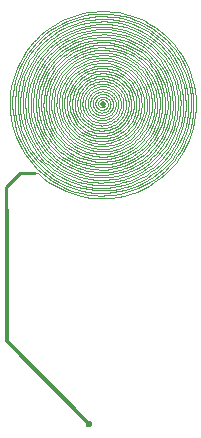
<source format=gbl>
%FSTAX44Y44*%
%MOMM*%
%SFA1B1*%

%IPPOS*%
%ADD16C,0.100000*%
%ADD18C,0.299999*%
%ADD19C,0.253999*%
%ADD20C,0.499999*%
%ADD21C,0.599999*%
%LNpcb2-1*%
%LPD*%
G54D16*
X00776596Y01011566D02*
D01*
X00773048Y01007443*
X00769797Y01003082*
X00766857Y00998505*
X00764243Y00993734*
X00761969Y00988793*
X00760045Y00983704*
X00758481Y00978494*
X00757284Y00973188*
X0075646Y00967811*
X00756013Y00962389*
X00755946Y0095695*
X00756258Y00951519*
X00756948Y00946123*
X00758013Y00940789*
X00759447Y00935541*
X00761244Y00930407*
X00763395Y0092541*
X00765889Y00920576*
X00768714Y00915927*
X00771856Y00911487*
X00775301Y00907277*
X00779031Y00903317*
X00783028Y00899627*
X00787273Y00896225*
X00791744Y00893128*
X00796421Y0089035*
X00801281Y00887904*
X00806299Y00885804*
X00811451Y00884059*
X00816712Y00882677*
X00822057Y00881666*
X0082746Y00881031*
X00832893Y00880773*
X00838332Y00880896*
X00843749Y00881397*
X00849117Y00882275*
X00854411Y00883525*
X00859605Y00885142*
X00864674Y00887117*
X00869592Y00889441*
X00874337Y00892102*
X00878884Y00895088*
X00883212Y00898383*
X00887299Y00901973*
X00891125Y00905837*
X00779857Y0089949D02*
D01*
X00784119Y00895868*
X00788624Y00892551*
X00793348Y00889557*
X0079827Y00886899*
X00803366Y00884591*
X0080861Y00882644*
X00813977Y00881068*
X00819441Y0087987*
X00824975Y00879057*
X00830552Y00878631*
X00836146Y00878595*
X00841728Y0087895*
X00847272Y00879693*
X00852751Y00880821*
X00858138Y00882328*
X00863406Y00884208*
X00868531Y0088645*
X00873486Y00889045*
X00878249Y00891979*
X00882795Y00895238*
X00887103Y00898806*
X00891152Y00902666*
X00892745Y00904342*
X00776596Y01011566D02*
D01*
X00773048Y01007443*
X00769797Y01003082*
X00766857Y00998505*
X00764243Y00993734*
X00761969Y00988793*
X00760045Y00983704*
X00758481Y00978494*
X00757284Y00973188*
X0075646Y00967811*
X00756013Y00962389*
X00755946Y0095695*
X00756258Y00951519*
X00756948Y00946123*
X00758013Y00940789*
X00759447Y00935541*
X00761244Y00930407*
X00763395Y0092541*
X00765889Y00920576*
X00768714Y00915927*
X00771856Y00911487*
X00775301Y00907277*
X00779031Y00903317*
X00783028Y00899627*
X00787273Y00896225*
X00791744Y00893128*
X00796421Y0089035*
X00801281Y00887904*
X00806299Y00885804*
X00811451Y00884059*
X00816712Y00882677*
X00822057Y00881666*
X0082746Y00881031*
X00832893Y00880773*
X00838332Y00880896*
X00843749Y00881397*
X00849117Y00882275*
X00854411Y00883525*
X00859605Y00885142*
X00864674Y00887117*
X00869592Y00889441*
X00874337Y00892102*
X00878884Y00895088*
X00883212Y00898383*
X00887299Y00901973*
X00891125Y00905837*
X00784665Y01004117D02*
D01*
X00781617Y01000575*
X00778823Y00996829*
X00776298Y00992896*
X00774053Y00988798*
X00772099Y00984553*
X00770446Y00980181*
X00769102Y00975705*
X00768074Y00971146*
X00767366Y00966527*
X00766982Y0096187*
X00766924Y00957196*
X00767192Y00952531*
X00767785Y00947895*
X007687Y00943312*
X00769932Y00938804*
X00771476Y00934393*
X00773323Y00930101*
X00775466Y00925948*
X00777893Y00921954*
X00780593Y00918139*
X00783552Y00914522*
X00786756Y0091112*
X0079019Y0090795*
X00793837Y00905028*
X00797678Y00902366*
X00801696Y0089998*
X00805871Y00897879*
X00810182Y00896074*
X00814608Y00894575*
X00819128Y00893388*
X0082372Y0089252*
X00828361Y00891974*
X00833029Y00891752*
X00837701Y00891858*
X00842355Y00892288*
X00846967Y00893042*
X00851515Y00894117*
X00855977Y00895505*
X00860332Y00897202*
X00864557Y00899198*
X00868633Y00901484*
X0087254Y0090405*
X00876258Y00906881*
X00879769Y00909964*
X00883057Y00913285*
X00883056Y00913286*
X00783051Y01005607D02*
D01*
X00779903Y01001949*
X00777018Y0099808*
X0077441Y00994018*
X00772091Y00989785*
X00770073Y00985401*
X00768366Y00980886*
X00766978Y00976263*
X00765916Y00971555*
X00765185Y00966784*
X00764789Y00961974*
X00764729Y00957147*
X00765006Y00952329*
X00765618Y00947541*
X00766563Y00942808*
X00767835Y00938152*
X0076943Y00933597*
X00771338Y00929163*
X00773551Y00924874*
X00776058Y00920749*
X00778846Y00916809*
X00781902Y00913074*
X00785212Y0090956*
X00788758Y00906286*
X00792524Y00903268*
X00796492Y00900519*
X00800642Y00898054*
X00804953Y00895885*
X00809406Y00894021*
X00813977Y00892473*
X00818646Y00891247*
X00823388Y0089035*
X00828181Y00889786*
X00833003Y00889558*
X00837828Y00889666*
X00842634Y00890111*
X00847397Y0089089*
X00852095Y00891999*
X00856703Y00893434*
X00861201Y00895186*
X00865565Y00897248*
X00869774Y00899609*
X00873809Y00902258*
X00877649Y00905182*
X00881276Y00908367*
X0088467Y00911796*
X00887898Y00908817D02*
D01*
X00891197Y0091265*
X00894219Y00916704*
X00896952Y00920958*
X00899381Y00925393*
X00901495Y00929987*
X00903283Y00934716*
X00904738Y00939559*
X0090585Y00944492*
X00906616Y0094949*
X00907031Y00954529*
X00907094Y00959586*
X00906804Y00964634*
X00906163Y0096965*
X00905173Y00974608*
X0090384Y00979486*
X0090217Y00984259*
X0090017Y00988903*
X00897852Y00993397*
X00895226Y00997718*
X00892305Y01001846*
X00889103Y01005759*
X00885636Y0100944*
X00881921Y0101287*
X00877975Y01016032*
X00873818Y01018912*
X00869471Y01021494*
X00864954Y01023767*
X0086029Y0102572*
X00855501Y01027342*
X0085061Y01028626*
X00845641Y01029566*
X0084062Y01030157*
X00835569Y01030396*
X00830513Y01030282*
X00825478Y01029816*
X00820488Y01029*
X00815567Y01027838*
X00810739Y01026335*
X00806027Y010245*
X00801455Y0102234*
X00797045Y01019866*
X00792818Y01017091*
X00788795Y01014027*
X00784996Y01010691*
X00781438Y01007097*
X00781437*
X0088467Y00911796D02*
D01*
X00887769Y00915397*
X00890608Y00919205*
X00893175Y00923201*
X00895457Y00927367*
X00897442Y00931682*
X00899122Y00936125*
X00900488Y00940675*
X00901533Y00945308*
X00902253Y00950003*
X00902643Y00954737*
X00902702Y00959487*
X00902429Y00964229*
X00901827Y0096894*
X00900897Y00973599*
X00899645Y0097818*
X00898076Y00982664*
X00896198Y00987026*
X0089402Y00991248*
X00891553Y00995307*
X00888809Y00999184*
X00885801Y0100286*
X00882544Y01006318*
X00879054Y0100954*
X00875348Y01012511*
X00871443Y01015215*
X00867359Y01017641*
X00863116Y01019776*
X00858735Y0102161*
X00854236Y01023134*
X00849642Y0102434*
X00844974Y01025223*
X00840257Y01025778*
X00835512Y01026003*
X00830764Y01025896*
X00826034Y01025458*
X00821346Y01024692*
X00816724Y010236*
X00812188Y01022188*
X00807762Y01020464*
X00803468Y01018435*
X00799325Y01016111*
X00795354Y01013504*
X00791575Y01010626*
X00788006Y01007492*
X00784665Y01004117*
X00891125Y00905837D02*
D01*
X00894624Y00909903*
X0089783Y00914202*
X00900728Y00918715*
X00903305Y00923418*
X00905547Y0092829*
X00907443Y00933307*
X00908986Y00938444*
X00910166Y00943675*
X00910978Y00948977*
X00911419Y00954322*
X00911485Y00959684*
X00911178Y00965039*
X00910498Y00970358*
X00909448Y00975618*
X00908033Y00980792*
X00906262Y00985854*
X00904142Y0099078*
X00901683Y00995546*
X00898898Y01000129*
X00895799Y01004507*
X00892403Y01008658*
X00888726Y01012562*
X00884785Y010162*
X008806Y01019554*
X00876192Y01022608*
X00871581Y01025347*
X0086679Y01027758*
X00861843Y01029829*
X00856763Y01031549*
X00851576Y01032911*
X00846306Y01033908*
X0084098Y01034535*
X00835622Y01034789*
X0083026Y01034669*
X0082492Y01034174*
X00819627Y01033309*
X00814408Y01032076*
X00809287Y01030482*
X00804289Y01028535*
X0079944Y01026244*
X00794763Y0102362*
X00790279Y01020677*
X00786012Y01017427*
X00781983Y01013889*
X00778209Y01010077*
X0077821Y01010076*
X00779823Y01008586D02*
D01*
X00776475Y01004695*
X00773407Y0100058*
X00770632Y00996261*
X00768167Y00991759*
X00766021Y00987096*
X00764205Y00982295*
X00762729Y00977378*
X00761599Y00972371*
X00760822Y00967297*
X007604Y00962181*
X00760336Y00957048*
X00760631Y00951924*
X00761282Y00946832*
X00762287Y00941798*
X0076364Y00936846*
X00765336Y00932001*
X00767365Y00927286*
X00769719Y00922724*
X00772385Y00918338*
X0077535Y00914148*
X007786Y00910175*
X0078212Y00906438*
X00785892Y00902956*
X00789897Y00899746*
X00794117Y00896823*
X0079853Y00894201*
X00803115Y00891894*
X0080785Y00889912*
X00812712Y00888265*
X00817677Y00886961*
X00822721Y00886007*
X00827819Y00885407*
X00832947Y00885164*
X00838078Y0088528*
X0084319Y00885753*
X00848256Y00886581*
X00853251Y00887761*
X00858153Y00889287*
X00862936Y0089115*
X00867577Y00893343*
X00872054Y00895854*
X00876345Y00898672*
X00880429Y00901781*
X00884286Y00905168*
X00887897Y00908816*
X00887898Y00908817*
X00866918Y00928184D02*
D01*
X00868917Y00930507*
X00870748Y00932963*
X00872404Y0093554*
X00873876Y00938227*
X00875156Y0094101*
X0087624Y00943876*
X00877121Y0094681*
X00877795Y00949799*
X00878259Y00952827*
X00878511Y0095588*
X00878549Y00958944*
X00878373Y00962002*
X00877985Y00965042*
X00877385Y00968046*
X00876577Y00971001*
X00875565Y00973893*
X00874354Y00976707*
X00872949Y0097943*
X00871358Y00982048*
X00869588Y00984548*
X00867649Y0098692*
X00865548Y0098915*
X00863297Y00991228*
X00860906Y00993144*
X00858388Y00994889*
X00855754Y00996453*
X00853017Y0099783*
X00850191Y00999013*
X00847289Y00999996*
X00844326Y01000774*
X00841316Y01001343*
X00838273Y01001702*
X00835213Y01001847*
X0083215Y01001778*
X00829099Y01001495*
X00826076Y01001001*
X00823094Y01000297*
X00820169Y00999386*
X00817314Y00998274*
X00814544Y00996965*
X00811872Y00995467*
X00809311Y00993785*
X00806874Y00991929*
X00804572Y00989908*
X00802416Y0098773*
X00802417Y00987729*
X00800803Y00989219D02*
D01*
X00798755Y00986839*
X00796878Y00984322*
X00795181Y00981679*
X00793672Y00978925*
X0079236Y00976072*
X00791249Y00973135*
X00790346Y00970128*
X00789655Y00967064*
X0078918Y0096396*
X00788921Y0096083*
X00788883Y0095769*
X00789063Y00954555*
X00789461Y00951441*
X00790076Y00948361*
X00790904Y00945332*
X00791941Y00942368*
X00793183Y00939484*
X00794622Y00936693*
X00796253Y00934009*
X00798068Y00931446*
X00800056Y00929015*
X00802209Y00926729*
X00804517Y00924599*
X00806967Y00922635*
X00809549Y00920847*
X00812248Y00919244*
X00815053Y00917832*
X0081795Y0091662*
X00820924Y00915612*
X00823962Y00914815*
X00827047Y00914231*
X00830166Y00913864*
X00833303Y00913716*
X00836442Y00913786*
X00839569Y00914076*
X00842668Y00914583*
X00845725Y00915305*
X00848723Y00916238*
X00851649Y00917378*
X00854488Y00918719*
X00857227Y00920255*
X00859852Y00921979*
X00862351Y00923882*
X0086471Y00925954*
X00866918Y00928184*
X00876601Y00919245D02*
D01*
X008792Y00922265*
X00881581Y00925458*
X00883734Y0092881*
X00885647Y00932303*
X00887312Y00935922*
X00888721Y00939648*
X00889867Y00943463*
X00890743Y00947349*
X00891346Y00951287*
X00891674Y00955257*
X00891723Y0095924*
X00891495Y00963217*
X00890989Y00967168*
X0089021Y00971074*
X00889159Y00974917*
X00887843Y00978677*
X00886268Y00982336*
X00884442Y00985876*
X00882373Y0098928*
X00880072Y00992531*
X0087755Y00995614*
X00874818Y00998514*
X00871891Y01001216*
X00868783Y01003707*
X00865509Y01005975*
X00862084Y0100801*
X00858525Y010098*
X00854851Y01011338*
X00851078Y01012616*
X00847225Y01013628*
X00843311Y01014368*
X00839355Y01014834*
X00835376Y01015022*
X00831394Y01014932*
X00827427Y01014565*
X00823496Y01013923*
X00819619Y01013007*
X00815815Y01011823*
X00812104Y01010377*
X00808502Y01008675*
X00805028Y01006726*
X00801698Y0100454*
X00798529Y01002127*
X00795536Y00999498*
X00792734Y00996668*
X0079112Y00998158D02*
D01*
X00788472Y00995081*
X00786045Y00991826*
X00783851Y0098841*
X00781901Y00984849*
X00780203Y00981161*
X00778767Y00977363*
X007776Y00973474*
X00776706Y00969514*
X00776091Y009655*
X00775758Y00961454*
X00775708Y00957394*
X00775941Y00953341*
X00776456Y00949314*
X0077725Y00945332*
X00778321Y00941416*
X00779662Y00937583*
X00781267Y00933854*
X00783129Y00930246*
X00785237Y00926776*
X00787583Y00923462*
X00790154Y0092032*
X00792938Y00917364*
X00795921Y0091461*
X00799089Y00912071*
X00802427Y00909759*
X00805917Y00907686*
X00809544Y00905861*
X00813289Y00904293*
X00817135Y00902991*
X00821062Y0090196*
X00825051Y00901205*
X00829084Y0090073*
X00833139Y00900538*
X00837198Y0090063*
X00841241Y00901004*
X00845248Y00901659*
X00849199Y00902593*
X00853076Y00903799*
X00856859Y00905273*
X0086053Y00907008*
X00864071Y00908994*
X00867465Y00911222*
X00870695Y00913682*
X00873746Y00916361*
X00876601Y00919245*
X00892739Y00904347D02*
D01*
X00896338Y00908529*
X00899635Y00912951*
X00902616Y00917593*
X00905266Y00922431*
X00907572Y00927442*
X00909523Y00932602*
X0091111Y00937886*
X00912324Y00943267*
X00913159Y0094872*
X00913612Y00954218*
X00913701Y00957957*
D01*
X00913509Y00963471*
X00912932Y00968957*
X00911974Y00974389*
X0091064Y00979742*
X00908935Y00984988*
X00906869Y00990103*
X0090445Y00995061*
X00901692Y00999838*
X00898607Y01004412*
X00895211Y01008759*
X0089152Y01012858*
X00887552Y0101669*
X00883326Y01020236*
X00878863Y01023479*
X00874185Y01026402*
X00869314Y01028992*
X00864275Y01031235*
X00859091Y01033122*
X00853788Y01034643*
X00848392Y0103579*
X00842929Y01036557*
X00837427Y01036942*
X0083191*
X00826407Y01036557*
X00820945Y0103579*
X00815549Y01034643*
X00810246Y01033122*
X00805062Y01031235*
X00800023Y01028992*
X00795152Y01026402*
X00790474Y01023479*
X00786011Y01020236*
X00781785Y0101669*
X00777817Y01012858*
X00776596Y01011566*
X00889512Y00907327D02*
D01*
X00892911Y00911276*
X00896025Y00915453*
X0089884Y00919836*
X00901343Y00924406*
X00903521Y00929139*
X00905364Y00934012*
X00906862Y00939001*
X00908009Y00944083*
X00908798Y00949233*
X00909226Y00954426*
X0090929Y00959635*
X00908992Y00964836*
X00908331Y00970004*
X00907311Y00975113*
X00905937Y00980139*
X00904216Y00985056*
X00902157Y00989842*
X00899768Y00994471*
X00897062Y00998924*
X00894053Y01003176*
X00890754Y01007209*
X00887182Y01011001*
X00883354Y01014535*
X00879288Y01017793*
X00875006Y0102076*
X00870527Y01023421*
X00865873Y01025763*
X00861067Y01027774*
X00856132Y01029445*
X00851093Y01030769*
X00845974Y01031737*
X008408Y01032346*
X00835596Y01032593*
X00830387Y01032475*
X008252Y01031995*
X00820058Y01031154*
X00814988Y01029957*
X00810013Y01028409*
X00805159Y01026517*
X00800448Y01024292*
X00795904Y01021743*
X00791549Y01018884*
X00787404Y01015727*
X0078349Y0101229*
X00779824Y01008587*
X00779823Y01008586*
X00781437Y01007097D02*
D01*
X00778189Y01003323*
X00775212Y0099933*
X00772521Y00995141*
X00770129Y00990773*
X00768047Y00986249*
X00766285Y00981591*
X00764853Y00976822*
X00763758Y00971964*
X00763003Y00967041*
X00762594Y00962078*
X00762532Y00957099*
X00762818Y00952127*
X0076345Y00947187*
X00764424Y00942304*
X00765738Y009375*
X00767383Y009328*
X00769351Y00928226*
X00771634Y009238*
X00774221Y00919544*
X00777098Y0091548*
X00780251Y00911625*
X00783665Y00908*
X00787324Y00904622*
X0079121Y00901508*
X00795304Y00898672*
X00799585Y00896129*
X00804034Y0089389*
X00808627Y00891967*
X00813344Y0089037*
X00818161Y00889105*
X00823054Y0088818*
X00827999Y00887598*
X00832974Y00887362*
X00837952Y00887474*
X00842911Y00887933*
X00847826Y00888737*
X00852672Y00889881*
X00857427Y00891361*
X00862067Y00893169*
X0086657Y00895296*
X00870913Y00897732*
X00875076Y00900466*
X00879038Y00903483*
X0088278Y00906768*
X00886284Y00910306*
X00865304Y00929674D02*
D01*
X00867203Y0093188*
X00868942Y00934214*
X00870515Y00936662*
X00871913Y00939215*
X0087313Y00941858*
X00874159Y00944581*
X00874996Y00947368*
X00875637Y00950207*
X00876078Y00953084*
X00876317Y00955984*
X00876353Y00958894*
X00876186Y009618*
X00875817Y00964687*
X00875247Y00967541*
X0087448Y00970348*
X00873518Y00973095*
X00872368Y00975768*
X00871034Y00978355*
X00869522Y00980842*
X00867841Y00983218*
X00865998Y0098547*
X00864002Y00987589*
X00861864Y00989563*
X00859593Y00991383*
X00857201Y0099304*
X00854699Y00994527*
X00852099Y00995835*
X00849414Y00996958*
X00846658Y00997892*
X00843843Y00998631*
X00840983Y00999172*
X00838093Y00999512*
X00835186Y0099965*
X00832276Y00999585*
X00829378Y00999317*
X00826506Y00998847*
X00823673Y00998178*
X00820894Y00997313*
X00818183Y00996256*
X00815551Y00995013*
X00813013Y00993589*
X0081058Y00991992*
X00808265Y00990229*
X00806078Y00988309*
X0080403Y0098624*
X00804031Y00986239*
X00802417Y00987729D02*
D01*
X00800469Y00985465*
X00798683Y00983071*
X00797069Y00980557*
X00795634Y00977938*
X00794386Y00975224*
X00793329Y0097243*
X0079247Y0096957*
X00791813Y00966656*
X0079136Y00963703*
X00791115Y00960726*
X00791078Y0095774*
X00791249Y00954758*
X00791628Y00951795*
X00792213Y00948865*
X00793Y00945984*
X00793987Y00943165*
X00795168Y00940421*
X00796537Y00937766*
X00798089Y00935214*
X00799814Y00932776*
X00801706Y00930464*
X00803754Y00928289*
X00805948Y00926264*
X00808279Y00924395*
X00810734Y00922694*
X00813303Y00921169*
X00815971Y00919826*
X00818726Y00918673*
X00821555Y00917715*
X00824444Y00916956*
X00827379Y00916401*
X00830346Y00916052*
X0083333Y0091591*
X00836316Y00915978*
X0083929Y00916253*
X00842238Y00916735*
X00845145Y00917421*
X00847997Y00918309*
X0085078Y00919394*
X00853481Y00920669*
X00856086Y00922131*
X00858583Y0092377*
X00860959Y0092558*
X00863204Y00927551*
X00865305Y00929673*
X00865304Y00929674*
X0077821Y01010076D02*
D01*
X00774762Y01006069*
X00771602Y01001831*
X00768745Y00997383*
X00766205Y00992747*
X00763995Y00987944*
X00762125Y00983*
X00760605Y00977936*
X00759442Y00972779*
X00758641Y00967554*
X00758207Y00962285*
X00758141Y00956999*
X00758445Y00951721*
X00759115Y00946477*
X0076015Y00941293*
X00761544Y00936194*
X0076329Y00931204*
X0076538Y00926348*
X00767804Y0092165*
X00770549Y00917132*
X00773603Y00912817*
X00776951Y00908725*
X00780576Y00904877*
X0078446Y00901291*
X00788585Y00897985*
X00792931Y00894975*
X00797476Y00892275*
X00802198Y00889898*
X00807075Y00887857*
X00812082Y00886161*
X00817195Y00884819*
X00822389Y00883836*
X00827639Y00883218*
X0083292Y00882968*
X00838205Y00883087*
X00843469Y00883574*
X00848686Y00884427*
X00853831Y00885642*
X00858879Y00887213*
X00863805Y00889133*
X00868585Y00891391*
X00873196Y00893977*
X00877615Y00896879*
X00881821Y00900081*
X00885793Y00903569*
X00889512Y00907326*
Y00907327*
X00786279Y01002627D02*
D01*
X00783331Y00999201*
X00780629Y00995578*
X00778186Y00991775*
X00776015Y0098781*
X00774125Y00983704*
X00772527Y00979476*
X00771227Y00975147*
X00770232Y00970738*
X00769548Y0096627*
X00769176Y00961765*
X0076912Y00957246*
X00769379Y00952733*
X00769953Y0094825*
X00770837Y00943817*
X00772029Y00939457*
X00773522Y00935191*
X00775309Y00931039*
X00777382Y00927022*
X00779729Y00923159*
X0078234Y0091947*
X00785202Y00915972*
X00788301Y00912681*
X00791623Y00909615*
X0079515Y00906788*
X00798865Y00904215*
X00802751Y00901906*
X00806789Y00899874*
X00810959Y00898129*
X00815239Y00896679*
X00819611Y00895531*
X00824052Y00894691*
X00828542Y00894163*
X00833057Y00893949*
X00837575Y00894051*
X00842076Y00894467*
X00846537Y00895197*
X00850936Y00896235*
X00855252Y00897579*
X00859463Y0089922*
X0086355Y0090115*
X00867493Y00903362*
X00871271Y00905842*
X00874867Y00908581*
X00878263Y00911563*
X00881443Y00914775*
Y00914776*
X00886284Y00910306D02*
D01*
X00889483Y00914023*
X00892414Y00917954*
X00895063Y00922079*
X00897419Y0092638*
X00899469Y00930834*
X00901203Y00935421*
X00902613Y00940117*
X00903692Y009449*
X00904434Y00949746*
X00904837Y00954633*
X00904898Y00959536*
X00904617Y00964431*
X00903995Y00969295*
X00903035Y00974103*
X00901742Y00978833*
X00900122Y00983461*
X00898184Y00987965*
X00895936Y00992322*
X00893389Y00996513*
X00890557Y01000515*
X00887452Y0100431*
X0088409Y01007879*
X00880487Y01011205*
X00876661Y01014271*
X0087263Y01017064*
X00868415Y01019568*
X00864035Y01021772*
X00859512Y01023665*
X00854867Y01025238*
X00850125Y01026483*
X00845307Y01027394*
X00840437Y01027967*
X0083554Y01028199*
X00830638Y01028089*
X00825755Y01027637*
X00820916Y01026846*
X00816144Y01025719*
X00811463Y01024262*
X00806894Y01022481*
X0080246Y01020387*
X00798184Y01017988*
X00794085Y01015297*
X00790184Y01012326*
X007865Y01009091*
X00783051Y01005607*
X00787892Y01001137D02*
D01*
X00785044Y00997827*
X00782434Y00994327*
X00780074Y00990653*
X00777976Y00986823*
X00776151Y00982856*
X00774606Y00978772*
X00773351Y00974589*
X0077239Y0097033*
X00771728Y00966014*
X0077137Y00961662*
X00771315Y00957295*
X00771566Y00952936*
X0077212Y00948604*
X00772974Y00944322*
X00774126Y0094011*
X00775568Y00935988*
X00777294Y00931977*
X00779296Y00928097*
X00781564Y00924365*
X00784087Y00920801*
X00786852Y00917421*
X00789846Y00914242*
X00793055Y0091128*
X00796462Y00908549*
X00800051Y00906063*
X00803806Y00903833*
X00807706Y0090187*
X00811734Y00900184*
X0081587Y00898783*
X00820094Y00897674*
X00824384Y00896862*
X00828721Y00896352*
X00833083Y00896145*
X00837448Y00896243*
X00841797Y00896646*
X00846106Y00897351*
X00850356Y00898354*
X00854525Y00899652*
X00858594Y00901237*
X00862542Y00903103*
X00866351Y00905239*
X00870001Y00907635*
X00873475Y00910281*
X00876756Y00913162*
X00879828Y00916265*
X00879829Y00916266*
X00883056Y00913286D02*
D01*
X00886055Y00916771*
X00888802Y00920456*
X00891287Y00924323*
X00893495Y00928355*
X00895417Y0093253*
X00897042Y0093683*
X00898364Y00941233*
X00899376Y00945716*
X00900072Y0095026*
X0090045Y00954841*
X00900507Y00959438*
X00900243Y00964027*
X0089966Y00968586*
X0089876Y00973094*
X00897548Y00977528*
X0089603Y00981867*
X00894212Y00986089*
X00892105Y00990174*
X00889718Y00994102*
X00887062Y00997854*
X00884152Y01001412*
X00881Y01004758*
X00877622Y01007876*
X00874036Y01010751*
X00870257Y01013368*
X00866305Y01015716*
X00862199Y01017782*
X00857959Y01019557*
X00853605Y01021031*
X00849159Y01022199*
X00844642Y01023053*
X00840077Y01023591*
X00835486Y01023808*
X0083089Y01023705*
X00826313Y01023281*
X00821777Y01022539*
X00817303Y01021483*
X00812914Y01020117*
X00808631Y01018448*
X00804475Y01016484*
X00800466Y01014236*
X00796624Y01011713*
X00792966Y01008928*
X00789512Y01005895*
X00786278Y01002628*
X00786279Y01002627*
X00881443Y00914776D02*
D01*
X00884342Y00918144*
X00886998Y00921706*
X00889399Y00925445*
X00891534Y00929342*
X00893391Y00933378*
X00894963Y00937535*
X00896241Y0094179*
X00897218Y00946125*
X00897891Y00950517*
X00898256Y00954945*
X00898312Y00959388*
X00898057Y00963824*
X00897493Y00968232*
X00896623Y00972589*
X00895452Y00976875*
X00893984Y00981069*
X00892227Y0098515*
X0089019Y00989099*
X00887883Y00992896*
X00885316Y00996524*
X00882502Y00999962*
X00879455Y01003197*
X00876191Y01006211*
X00872723Y0100899*
X00869071Y0101152*
X00865251Y01013789*
X00861282Y01015787*
X00857183Y01017502*
X00852974Y01018928*
X00848677Y01020056*
X00844311Y01020882*
X00839898Y01021402*
X0083546Y01021612*
X00831017Y01021512*
X00826593Y01021102*
X00822208Y01020385*
X00817883Y01019364*
X00813641Y01018043*
X00809501Y0101643*
X00805483Y01014532*
X00801608Y01012359*
X00797893Y0100992*
X00794358Y01007228*
X0079102Y01004296*
X00787893Y01001138*
X00787892Y01001137*
X00879829Y00916266D02*
D01*
X00882628Y00919518*
X00885192Y00922957*
X00887511Y00926567*
X00889572Y00930329*
X00891365Y00934227*
X00892882Y00938239*
X00894116Y00942348*
X0089506Y00946533*
X0089571Y00950774*
X00896062Y00955049*
X00896116Y00959339*
X00895869Y00963622*
X00895325Y00967877*
X00894485Y00972084*
X00893354Y00976222*
X00891937Y00980272*
X00890241Y00984212*
X00888274Y00988025*
X00886046Y00991691*
X00883568Y00995193*
X00880852Y00998513*
X0087791Y01001636*
X00874758Y01004546*
X0087141Y01007229*
X00867884Y01009672*
X00864196Y01011863*
X00860363Y01013791*
X00856406Y01015448*
X00852343Y01016824*
X00848193Y01017913*
X00843978Y01018711*
X00839717Y01019212*
X00835432Y01019415*
X00831143Y01019319*
X00826872Y01018924*
X00822638Y01018231*
X00818462Y01017245*
X00814366Y0101597*
X00810369Y01014413*
X0080649Y0101258*
X00802748Y01010481*
X00799162Y01008127*
X00795749Y01005528*
X00792525Y01002697*
X00789507Y00999648*
X00789506*
X00878215Y00917756D02*
D01*
X00880914Y00920892*
X00883386Y00924208*
X00885622Y00927689*
X00887609Y00931317*
X00889339Y00935075*
X00890802Y00938945*
X00891991Y00942906*
X00892901Y00946942*
X00893528Y00951031*
X00893868Y00955154*
X00893919Y0095929*
X00893682Y0096342*
X00893157Y00967523*
X00892347Y0097158*
X00891257Y00975571*
X0088989Y00979475*
X00888255Y00983275*
X00886358Y00986951*
X0088421Y00990486*
X0088182Y00993863*
X008792Y00997065*
X00876364Y01000076*
X00873324Y01002882*
X00870096Y01005469*
X00866696Y01007825*
X00863139Y01009937*
X00859444Y01011797*
X00855628Y01013394*
X0085171Y01014721*
X00847708Y01015772*
X00843644Y01016541*
X00839535Y01017024*
X00835403Y01017219*
X00831268Y01017126*
X00827148Y01016745*
X00823066Y01016077*
X0081904Y01015127*
X0081509Y01013897*
X00811236Y01012395*
X00807495Y01010628*
X00803887Y01008605*
X00800429Y01006334*
X00797138Y01003828*
X0079403Y01001098*
X0079112Y00998158*
X00789506Y00999648D02*
D01*
X00786758Y00996455*
X00784239Y00993077*
X00781962Y00989532*
X00779938Y00985836*
X00778177Y00982009*
X00776687Y00978068*
X00775475Y00974033*
X00774548Y00969923*
X0077391Y00965758*
X00773564Y00961559*
X00773511Y00957346*
X00773753Y00953139*
X00774288Y0094896*
X00775112Y00944828*
X00776223Y00940764*
X00777615Y00936787*
X00779281Y00932917*
X00781212Y00929172*
X00783401Y00925572*
X00785834Y00922133*
X00788502Y00918871*
X00791391Y00915804*
X00794487Y00912946*
X00797775Y00910311*
X00801238Y00907912*
X00804861Y0090576*
X00808625Y00903866*
X00812511Y0090224*
X00816502Y00900888*
X00820577Y00899818*
X00824717Y00899035*
X00828902Y00898542*
X0083311Y00898343*
X00837322Y00898437*
X00841518Y00898826*
X00845676Y00899506*
X00849777Y00900474*
X008538Y00901726*
X00857725Y00903256*
X00861535Y00905056*
X0086521Y00907117*
X00868732Y00909429*
X00872084Y00911982*
X0087525Y00914762*
X00878214Y00917756*
X00878215*
X00874987Y00920735D02*
D01*
X00877486Y00923639*
X00879775Y00926709*
X00881845Y00929932*
X00883685Y00933291*
X00885287Y0093677*
X00886641Y00940353*
X00887742Y00944021*
X00888585Y00947758*
X00889165Y00951544*
X0088948Y00955361*
X00889528Y00959191*
X00889308Y00963015*
X00888822Y00966814*
X00888072Y0097057*
X00887062Y00974265*
X00885797Y0097788*
X00884283Y00981398*
X00882527Y00984802*
X00880538Y00988075*
X00878325Y00991201*
X008759Y00994166*
X00873274Y00996954*
X0087046Y00999552*
X00867471Y01001947*
X00864322Y01004128*
X0086103Y01006085*
X00857608Y01007806*
X00854075Y01009285*
X00850447Y01010514*
X00846743Y01011486*
X00842979Y01012198*
X00839175Y01012646*
X00835349Y01012827*
X0083152Y01012741*
X00827706Y01012388*
X00823926Y0101177*
X00820199Y0101089*
X00816542Y01009752*
X00812973Y01008361*
X0080951Y01006725*
X00806169Y01004851*
X00802967Y01002749*
X0079992Y01000429*
X00797042Y00997901*
X00794347Y00995179*
X00794348Y00995178*
X00792734Y00996668D02*
D01*
X00790186Y00993707*
X00787851Y00990575*
X0078574Y00987288*
X00783863Y00983861*
X0078223Y00980313*
X00780848Y00976658*
X00779724Y00972917*
X00778865Y00969105*
X00778273Y00965244*
X00777952Y0096135*
X00777904Y00957444*
X00778128Y00953543*
X00778624Y00949668*
X00779388Y00945837*
X00780418Y00942068*
X00781709Y00938381*
X00783253Y00934792*
X00785045Y0093132*
X00787074Y00927982*
X0078933Y00924793*
X00791804Y00921769*
X00794483Y00918926*
X00797354Y00916276*
X00800402Y00913832*
X00803614Y00911608*
X00806973Y00909612*
X00810462Y00907856*
X00814066Y00906348*
X00817767Y00905094*
X00821545Y00904102*
X00825384Y00903376*
X00829264Y0090292*
X00833166Y00902735*
X00837072Y00902823*
X00840963Y00903183*
X00844818Y00903813*
X0084862Y00904711*
X0085235Y00905872*
X00855991Y00907291*
X00859523Y0090896*
X0086293Y00910871*
X00866196Y00913015*
X00869304Y00915382*
X0087224Y0091796*
X00874987Y00920735*
X00873374Y00922225D02*
D01*
X00875773Y00925012*
X00877971Y0092796*
X00879958Y00931054*
X00881724Y00934278*
X00883261Y00937618*
X00884562Y00941058*
X00885619Y00944579*
X00886428Y00948166*
X00886985Y009518*
X00887287Y00955465*
X00887333Y00959141*
X00887122Y00962812*
X00886655Y00966459*
X00885936Y00970065*
X00884966Y00973612*
X00883752Y00977082*
X00882298Y0098046*
X00880612Y00983727*
X00878703Y00986869*
X00876579Y00989871*
X0087425Y00992716*
X0087173Y00995393*
X00869028Y00997887*
X00866159Y01000186*
X00863136Y0100228*
X00859975Y01004158*
X00856691Y01005811*
X00853299Y0100723*
X00849816Y0100841*
X0084626Y01009344*
X00842648Y01010027*
X00838996Y01010457*
X00835323Y01010631*
X00831647Y01010548*
X00827986Y01010209*
X00824357Y01009616*
X00820779Y01008771*
X00817268Y01007678*
X00813842Y01006343*
X00810518Y01004773*
X00807311Y01002974*
X00804237Y01000956*
X00801312Y00998729*
X00798549Y00996302*
X00795962Y00993689*
X00795961Y00993688*
X00794348Y00995178D02*
D01*
X007919Y00992333*
X00789656Y00989324*
X00787628Y00986166*
X00785825Y00982874*
X00784255Y00979464*
X00782928Y00975953*
X00781849Y00972358*
X00781023Y00968697*
X00780454Y00964987*
X00780146Y00961246*
X00780099Y00957493*
X00780314Y00953745*
X0078079Y00950022*
X00781525Y00946341*
X00782515Y00942721*
X00783755Y00939178*
X00785239Y0093573*
X0078696Y00932394*
X00788909Y00929187*
X00791077Y00926123*
X00793454Y00923218*
X00796028Y00920486*
X00798786Y00917939*
X00801714Y00915592*
X008048Y00913455*
X00808027Y00911537*
X0081138Y0090985*
X00814842Y00908401*
X00818397Y00907197*
X00822028Y00906244*
X00825716Y00905546*
X00829444Y00905107*
X00833193Y0090493*
X00836946Y00905014*
X00840683Y0090536*
X00844387Y00905966*
X0084804Y00906829*
X00851624Y00907944*
X00855122Y00909307*
X00858516Y0091091*
X00861789Y00912746*
X00864927Y00914806*
X00867913Y0091708*
X00870734Y00919557*
X00873374Y00922224*
Y00922225*
X0087176Y00923715D02*
D01*
X00874059Y00926386*
X00876165Y00929211*
X00878069Y00932175*
X00879762Y00935266*
X00881235Y00938467*
X00882481Y00941762*
X00883494Y00945137*
X0088427Y00948574*
X00884803Y00952057*
X00885093Y00955569*
X00885137Y00959092*
X00884934Y0096261*
X00884487Y00966105*
X00883798Y0096956*
X00882869Y00972959*
X00881705Y00976285*
X00880312Y00979521*
X00878696Y00982653*
X00876867Y00985664*
X00874831Y0098854*
X008726Y00991267*
X00870184Y00993832*
X00867595Y00996222*
X00864846Y00998425*
X00861949Y01000432*
X0085892Y01002231*
X00855772Y01003815*
X00852522Y01005176*
X00849185Y01006306*
X00845777Y01007201*
X00842315Y01007856*
X00838815Y01008268*
X00835296Y01008434*
X00831773Y01008355*
X00828265Y01008031*
X00824787Y01007462*
X00821358Y01006652*
X00817994Y01005605*
X00814711Y01004326*
X00811525Y0100282*
X00808452Y01001097*
X00805506Y00999163*
X00802703Y00997028*
X00800055Y00994703*
X00797576Y00992199*
X00797575*
X00795962Y00993688D02*
D01*
X00793614Y00990959*
X00791462Y00988073*
X00789516Y00985044*
X00787787Y00981887*
X00786282Y00978616*
X00785008Y00975249*
X00783973Y009718*
X00783181Y00968289*
X00782635Y0096473*
X0078234Y00961142*
X00782295Y00957542*
X00782502Y00953948*
X00782958Y00950377*
X00783663Y00946846*
X00784612Y00943373*
X00785801Y00939975*
X00787225Y00936668*
X00788875Y00933469*
X00790745Y00930392*
X00792825Y00927454*
X00795105Y00924667*
X00797573Y00922046*
X00800218Y00919604*
X00803028Y00917353*
X00805987Y00915303*
X00809082Y00913464*
X00812298Y00911846*
X00815619Y00910456*
X00819029Y00909301*
X00822511Y00908386*
X00826049Y00907717*
X00829624Y00907296*
X0083322Y00907126*
X0083682Y00907207*
X00840404Y00907539*
X00843957Y0090812*
X00847461Y00908947*
X00850899Y00910017*
X00854253Y00911324*
X00857509Y00912862*
X00860649Y00914623*
X00863658Y00916599*
X00866522Y0091878*
X00869227Y00921156*
X0087176Y00923714*
Y00923715*
X00870146Y00925205D02*
D01*
X00872345Y0092776*
X00874359Y00930462*
X00876181Y00933297*
X008778Y00936253*
X00879209Y00939315*
X00880401Y00942467*
X0088137Y00945695*
X00882111Y00948983*
X00882622Y00952314*
X00882899Y00955673*
X00882941Y00959043*
X00882747Y00962407*
X0088232Y0096575*
X0088166Y00969055*
X00880771Y00972306*
X00879658Y00975487*
X00878326Y00978583*
X00876781Y00981578*
X00875031Y00984458*
X00873084Y00987209*
X00870949Y00989817*
X00868639Y00992271*
X00866162Y00994557*
X00863532Y00996665*
X00860762Y00998584*
X00857865Y01000305*
X00854854Y0100182*
X00851745Y01003121*
X00848553Y01004202*
X00845293Y01005058*
X00841982Y01005685*
X00838635Y01006079*
X00835268Y01006238*
X00831899Y01006162*
X00828543Y01005852*
X00825217Y01005308*
X00821937Y01004533*
X00818719Y01003532*
X00815579Y01002308*
X00812532Y01000868*
X00809592Y0099922*
X00806775Y0099737*
X00804094Y00995328*
X00801562Y00993104*
X0079919Y00990709*
X00799189*
X00797575Y00992199D02*
D01*
X00795327Y00989587*
X00793267Y00986824*
X00791404Y00983923*
X00789748Y009809*
X00788307Y00977769*
X00787088Y00974545*
X00786097Y00971244*
X00785338Y00967881*
X00784816Y00964474*
X00784533Y00961039*
X0078449Y00957592*
X00784688Y00954151*
X00785125Y00950732*
X007858Y00947352*
X00786709Y00944027*
X00787847Y00940774*
X0078921Y00937608*
X0079079Y00934544*
X0079258Y00931599*
X00794571Y00928785*
X00796754Y00926118*
X00799118Y00923609*
X0080165Y0092127*
X0080434Y00919115*
X00807173Y00917152*
X00810137Y00915392*
X00813216Y00913842*
X00816395Y00912511*
X0081966Y00911406*
X00822994Y0091053*
X0082638Y00909889*
X00829804Y00909487*
X00833247Y00909324*
X00836693Y00909401*
X00840125Y00909719*
X00843526Y00910275*
X00846881Y00911067*
X00850172Y00912091*
X00853384Y00913343*
X008565Y00914815*
X00859507Y00916502*
X00862388Y00918393*
X0086513Y00920482*
X0086772Y00922756*
X00870145Y00925205*
X00870146*
X00868532Y00926694D02*
D01*
X00870631Y00929133*
X00872554Y00931712*
X00874292Y00934419*
X00875837Y0093724*
X00877182Y00940162*
X0087832Y00943171*
X00879245Y00946252*
X00879953Y0094939*
X0088044Y0095257*
X00880704Y00955776*
X00880744Y00958993*
X0088056Y00962205*
X00880152Y00965396*
X00879522Y0096855*
X00878674Y00971653*
X00877611Y0097469*
X00876339Y00977644*
X00874864Y00980504*
X00873193Y00983253*
X00871335Y00985878*
X00869298Y00988368*
X00867092Y0099071*
X00864729Y00992892*
X00862218Y00994904*
X00859574Y00996735*
X00856808Y00998379*
X00853935Y00999824*
X00850967Y01001066*
X0084792Y01002098*
X00844809Y01002915*
X00841648Y01003513*
X00838453Y01003889*
X00835239Y01004041*
X00832023Y01003969*
X0082882Y01003672*
X00825645Y01003153*
X00822514Y01002414*
X00819443Y01001458*
X00816446Y0100029*
X00813537Y00998915*
X00810731Y00997342*
X00808042Y00995576*
X00805483Y00993627*
X00803066Y00991505*
X00800803Y00989219*
X00799189Y00990709D02*
D01*
X00797041Y00988213*
X00795072Y00985573*
X00793292Y00982801*
X0079171Y00979913*
X00790333Y00976921*
X00789168Y0097384*
X00788221Y00970686*
X00787497Y00967473*
X00786998Y00964218*
X00786727Y00960935*
X00786686Y00957642*
X00786875Y00954354*
X00787293Y00951087*
X00787937Y00947857*
X00788806Y0094468*
X00789894Y00941571*
X00791196Y00938546*
X00792706Y00935619*
X00794417Y00932804*
X00796319Y00930116*
X00798405Y00927567*
X00800663Y0092517*
X00803083Y00922935*
X00805653Y00920876*
X0080836Y00919*
X00811192Y00917318*
X00814134Y00915838*
X00817172Y00914566*
X00820291Y00913509*
X00823477Y00912673*
X00826713Y00912061*
X00829984Y00911676*
X00833274Y0091152*
X00836567Y00911594*
X00839846Y00911898*
X00843097Y00912429*
X00846302Y00913186*
X00849447Y00914165*
X00852515Y00915361*
X00855493Y00916768*
X00858366Y00918379*
X00861119Y00920186*
X00863739Y00922182*
X00866214Y00924355*
X00868532Y00926694*
X0082501Y00966872D02*
D01*
X00824462Y00966235*
X00823959Y00965561*
X00823505Y00964854*
X00823101Y00964116*
X0082275Y00963352*
X00822453Y00962566*
X00822211Y00961761*
X00822026Y00960941*
X00821899Y0096011*
X00821829Y00959272*
X00821819Y00958431*
X00821867Y00957592*
X00821974Y00956758*
X00822139Y00955933*
X00822361Y00955122*
X00822638Y00954329*
X00822971Y00953556*
X00823356Y00952809*
X00823793Y00952091*
X00824279Y00951405*
X00824811Y00950754*
X00825387Y00950142*
X00826005Y00949572*
X00826661Y00949046*
X00827352Y00948567*
X00828075Y00948138*
X00828826Y0094776*
X00829602Y00947435*
X00830398Y00947166*
X00831211Y00946952*
X00832037Y00946796*
X00832873Y00946698*
X00833712Y00946658*
X00834553Y00946677*
X0083539Y00946755*
X0083622Y0094689*
X00837038Y00947083*
X00837841Y00947333*
X00838624Y00947639*
X00839384Y00947998*
X00840117Y00948409*
X0084082Y00948871*
X00841489Y0094938*
X00842121Y00949935*
X00842711Y00950531*
X00823396Y00968362D02*
D01*
X00822748Y00967609*
X00822154Y00966812*
X00821617Y00965976*
X00821139Y00965104*
X00820724Y00964201*
X00820372Y00963271*
X00820086Y00962319*
X00819867Y00961349*
X00819717Y00960367*
X00819635Y00959376*
X00819623Y00958382*
X0081968Y0095739*
X00819806Y00956404*
X0082Y00955429*
X00820263Y0095447*
X00820591Y00953532*
X00820984Y00952619*
X0082144Y00951736*
X00821956Y00950886*
X0082253Y00950075*
X00823159Y00949305*
X00823841Y00948582*
X00824571Y00947908*
X00825347Y00947286*
X00826164Y0094672*
X00827019Y00946212*
X00827907Y00945765*
X00828824Y00945382*
X00829765Y00945063*
X00830727Y0094481*
X00831703Y00944626*
X0083269Y00944509*
X00833683Y00944462*
X00834677Y00944485*
X00835667Y00944576*
X00836648Y00944737*
X00837615Y00944965*
X00838564Y00945261*
X00839491Y00945621*
X00840389Y00946046*
X00841256Y00946532*
X00842087Y00947078*
X00842878Y0094768*
X00843625Y00948336*
X00844325Y00949041*
X00829852Y00962403D02*
D01*
X00829604Y00962115*
X00829376Y00961809*
X00829171Y00961489*
X00828987Y00961155*
X00828828Y00960809*
X00828694Y00960453*
X00828584Y00960088*
X008285Y00959717*
X00828443Y0095934*
X00828411Y0095896*
X00828407Y0095858*
X00828428Y009582*
X00828477Y00957822*
X00828551Y00957448*
X00828652Y00957081*
X00828778Y00956721*
X00828928Y00956372*
X00829103Y00956033*
X008293Y00955708*
X0082952Y00955397*
X00829762Y00955102*
X00830023Y00954825*
X00830303Y00954567*
X008306Y00954329*
X00830913Y00954112*
X0083124Y00953917*
X0083158Y00953746*
X00831932Y00953599*
X00832292Y00953477*
X00832661Y0095338*
X00833035Y00953309*
X00833413Y00953265*
X00833794Y00953247*
X00834174Y00953255*
X00834554Y0095329*
X00834929Y00953352*
X008353Y00953439*
X00835664Y00953553*
X00836018Y00953691*
X00836363Y00953853*
X00836695Y0095404*
X00837013Y00954249*
X00837316Y00954479*
X00837602Y00954731*
X0083787Y00955001*
X00828238Y00963892D02*
D01*
X0082789Y00963488*
X00827571Y00963059*
X00827282Y0096261*
X00827025Y00962141*
X00826802Y00961656*
X00826613Y00961157*
X0082646Y00960645*
X00826342Y00960124*
X00826261Y00959596*
X00826217Y00959064*
X0082621Y00958529*
X00826241Y00957996*
X00826309Y00957466*
X00826413Y00956942*
X00826554Y00956427*
X00826731Y00955923*
X00826942Y00955432*
X00827187Y00954958*
X00827464Y00954501*
X00827773Y00954065*
X00828111Y00953652*
X00828477Y00953263*
X0082887Y00952901*
X00829287Y00952567*
X00829726Y00952263*
X00830185Y00951989*
X00830662Y00951749*
X00831155Y00951543*
X00831661Y00951372*
X00832177Y00951236*
X00832702Y00951137*
X00833233Y00951075*
X00833766Y00951049*
X008343Y00951061*
X00834832Y0095111*
X00835359Y00951197*
X00835879Y00951319*
X00836389Y00951478*
X00836887Y00951672*
X0083737Y009519*
X00837836Y00952162*
X00838282Y00952455*
X00838707Y00952778*
X00839109Y00953131*
X00839484Y0095351*
Y00953511*
X00826624Y00965382D02*
D01*
X00826176Y00964861*
X00825765Y0096431*
X00825394Y00963732*
X00825063Y00963129*
X00824776Y00962504*
X00824533Y00961861*
X00824335Y00961203*
X00824184Y00960532*
X0082408Y00959853*
X00824023Y00959168*
X00824015Y0095848*
X00824054Y00957794*
X00824141Y00957112*
X00824276Y00956438*
X00824457Y00955774*
X00824684Y00955126*
X00824956Y00954494*
X00825271Y00953883*
X00825628Y00953296*
X00826025Y00952734*
X0082646Y00952202*
X00826932Y00951702*
X00827437Y00951236*
X00827973Y00950806*
X00828539Y00950414*
X0082913Y00950063*
X00829744Y00949754*
X00830378Y00949489*
X00831029Y00949268*
X00831694Y00949093*
X00832369Y00948966*
X00833052Y00948885*
X00833739Y00948853*
X00834426Y00948868*
X00835111Y00948932*
X00835789Y00949043*
X00836458Y00949201*
X00837115Y00949405*
X00837755Y00949654*
X00838377Y00949948*
X00838976Y00950284*
X00839551Y00950662*
X00840098Y00951078*
X00840615Y00951532*
X00841098Y0095202*
X00841097Y00952021*
X00839483Y00953511D02*
D01*
X00839782Y00953858*
X00840055Y00954225*
X00840303Y0095461*
X00840522Y00955011*
X00840714Y00955427*
X00840875Y00955855*
X00841007Y00956293*
X00841108Y00956739*
X00841177Y00957191*
X00841214Y00957647*
X0084122Y00958105*
X00841194Y00958561*
X00841136Y00959015*
X00841046Y00959464*
X00840926Y00959905*
X00840775Y00960337*
X00840594Y00960757*
X00840384Y00961164*
X00840146Y00961555*
X00839882Y00961928*
X00839592Y00962282*
X00839279Y00962615*
X00838943Y00962926*
X00838586Y00963212*
X0083821Y00963472*
X00837816Y00963706*
X00837408Y00963911*
X00836986Y00964088*
X00836552Y00964235*
X0083611Y00964351*
X0083566Y00964436*
X00835206Y0096449*
X00834749Y00964511*
X00834291Y00964501*
X00833836Y00964459*
X00833384Y00964385*
X00832939Y0096428*
X00832502Y00964144*
X00832076Y00963978*
X00831663Y00963782*
X00831264Y00963559*
X00830881Y00963307*
X00830517Y0096303*
X00830173Y00962729*
X00829852Y00962403*
X00862077Y00932653D02*
D01*
X00863776Y00934627*
X00865332Y00936714*
X00866739Y00938905*
X0086799Y00941189*
X00869079Y00943554*
X00869999Y00945989*
X00870748Y00948483*
X00871321Y00951023*
X00871716Y00953597*
X00871929Y00956191*
X00871962Y00958795*
X00871812Y00961394*
X00871482Y00963977*
X00870972Y0096653*
X00870286Y00969042*
X00869426Y00971499*
X00868397Y00973891*
X00867203Y00976205*
X00865851Y0097843*
X00864347Y00980555*
X00862698Y0098257*
X00860912Y00984466*
X00858999Y00986232*
X00856968Y0098786*
X00854827Y00989343*
X00852589Y00990673*
X00850263Y00991843*
X00847861Y00992848*
X00845395Y00993684*
X00842877Y00994345*
X00840319Y00994829*
X00837733Y00995133*
X00835132Y00995256*
X00832529Y00995198*
X00829936Y00994958*
X00827367Y00994538*
X00824833Y00993939*
X00822347Y00993165*
X00819921Y0099222*
X00817567Y00991108*
X00815296Y00989834*
X00813119Y00988405*
X00811048Y00986828*
X00809091Y0098511*
X00807258Y0098326*
X00863691Y00931164D02*
D01*
X0086549Y00933254*
X00867138Y00935464*
X00868628Y00937784*
X00869952Y00940202*
X00871105Y00942707*
X0087208Y00945285*
X00872873Y00947926*
X00873479Y00950616*
X00873897Y00953341*
X00874123Y00956088*
X00874158Y00958845*
X00874Y00961598*
X0087365Y00964332*
X0087311Y00967036*
X00872383Y00969696*
X00871472Y00972298*
X00870383Y0097483*
X00869119Y00977281*
X00867687Y00979636*
X00866094Y00981887*
X00864348Y00984021*
X00862458Y00986028*
X00860432Y00987898*
X00858281Y00989622*
X00856015Y00991192*
X00853644Y009926*
X00851181Y00993839*
X00848638Y00994904*
X00846027Y00995788*
X0084336Y00996488*
X00840651Y00997001*
X00837913Y00997323*
X00835159Y00997454*
X00832403Y00997392*
X00829658Y00997138*
X00826937Y00996693*
X00824254Y00996059*
X00821621Y0099524*
X00819052Y00994239*
X00816559Y00993061*
X00814155Y00991712*
X0081185Y00990199*
X00809657Y00988529*
X00807585Y0098671*
X00805645Y0098475*
X00805644*
X0083787Y00955001D02*
D01*
X00838069Y00955232*
X00838251Y00955476*
X00838415Y00955732*
X00838561Y00955998*
X00838688Y00956275*
X00838796Y00956559*
X00838883Y00956851*
X0083895Y00957147*
X00838996Y00957448*
X00839021Y00957751*
X00839025Y00958055*
X00839008Y00958359*
X00838969Y00958661*
X00838909Y00958959*
X00838829Y00959252*
X00838729Y00959539*
X00838609Y00959819*
X00838469Y00960089*
X00838311Y00960349*
X00838135Y00960598*
X00837943Y00960833*
X00837734Y00961054*
X00837511Y0096126*
X00837273Y00961451*
X00837023Y00961624*
X00836762Y00961779*
X0083649Y00961916*
X0083621Y00962034*
X00835922Y00962131*
X00835627Y00962208*
X00835329Y00962265*
X00835026Y00962301*
X00834722Y00962315*
X00834418Y00962308*
X00834116Y0096228*
X00833815Y00962231*
X00833519Y00962161*
X00833229Y00962071*
X00832946Y0096196*
X0083267Y0096183*
X00832405Y00961681*
X00832151Y00961514*
X00831909Y0096133*
X0083168Y0096113*
X00831586Y00961038*
X00854008Y00940103D02*
D01*
X00855207Y00941496*
X00856305Y00942969*
X00857298Y00944515*
X0085818Y00946126*
X00858949Y00947795*
X00859598Y00949513*
X00860127Y00951273*
X00860531Y00953065*
X00860809Y00954881*
X0086096Y00956712*
X00860983Y00958549*
X00860877Y00960383*
X00860644Y00962206*
X00860285Y00964007*
X008598Y00965779*
X00859194Y00967513*
X00858467Y00969201*
X00857625Y00970834*
X00856671Y00972404*
X00855609Y00973903*
X00854446Y00975325*
X00853187Y00976663*
X00851837Y00977909*
X00850403Y00979058*
X00848893Y00980104*
X00847313Y00981042*
X00845672Y00981868*
X00843977Y00982577*
X00842237Y00983167*
X0084046Y00983633*
X00838655Y00983975*
X00836831Y0098419*
X00834996Y00984276*
X00833159Y00984235*
X00831329Y00984066*
X00829516Y00983769*
X00827728Y00983347*
X00825974Y00982801*
X00824262Y00982134*
X00822601Y00981349*
X00820999Y00980451*
X00819463Y00979442*
X00818001Y00978329*
X00816621Y00977117*
X00815328Y00975811*
X00815327*
X00857235Y00937123D02*
D01*
X00858634Y00938748*
X00859915Y00940467*
X00861074Y00942271*
X00862104Y00944151*
X00863Y00946098*
X00863758Y00948104*
X00864375Y00950157*
X00864846Y00952248*
X00865171Y00954367*
X00865347Y00956504*
X00865374Y00958648*
X00865251Y00960788*
X00864979Y00962915*
X00864559Y00965017*
X00863994Y00967085*
X00863286Y00969108*
X00862438Y00971078*
X00861455Y00972983*
X00860342Y00974815*
X00859104Y00976565*
X00857746Y00978224*
X00856276Y00979784*
X00854701Y00981239*
X00853028Y00982579*
X00851266Y009838*
X00849423Y00984895*
X00847508Y00985859*
X0084553Y00986687*
X008435Y00987374*
X00841426Y00987919*
X0083932Y00988317*
X00837191Y00988568*
X00835049Y00988669*
X00832906Y00988621*
X00830771Y00988423*
X00828655Y00988078*
X00826569Y00987585*
X00824522Y00986948*
X00822524Y00986169*
X00820586Y00985254*
X00818716Y00984205*
X00816924Y00983028*
X00815219Y0098173*
X00813608Y00980315*
X00812099Y00978791*
X008121Y0097879*
X00858849Y00935633D02*
D01*
X00860348Y00937375*
X00861721Y00939216*
X00862962Y00941149*
X00864066Y00943164*
X00865026Y0094525*
X00865839Y00947399*
X00866499Y00949599*
X00867005Y0095184*
X00867353Y00954111*
X00867541Y009564*
X0086757Y00958697*
X00867438Y0096099*
X00867147Y00963269*
X00866697Y00965522*
X00866091Y00967738*
X00865333Y00969906*
X00864424Y00972016*
X00863371Y00974057*
X00862178Y0097602*
X00860851Y00977895*
X00859397Y00979673*
X00857822Y00981346*
X00856134Y00982904*
X00854341Y0098434*
X00852453Y00985649*
X00850478Y00986822*
X00848426Y00987854*
X00846307Y00988741*
X00844131Y00989478*
X00841909Y00990062*
X00839652Y00990489*
X00837371Y00990757*
X00835076Y00990866*
X0083278Y00990814*
X00830492Y00990603*
X00828225Y00990232*
X0082599Y00989704*
X00823796Y00989021*
X00821656Y00988187*
X00819579Y00987206*
X00817575Y00986082*
X00815655Y00984821*
X00813828Y0098343*
X00812102Y00981914*
X00810485Y00980281*
X00810486Y0098028*
X00841097Y00952021D02*
D01*
X00841496Y00952484*
X00841861Y00952974*
X00842191Y00953488*
X00842484Y00954024*
X0084274Y00954578*
X00842956Y0095515*
X00843131Y00955735*
X00843266Y00956331*
X00843358Y00956935*
X00843409Y00957543*
X00843416Y00958154*
X00843381Y00958764*
X00843304Y0095937*
X00843184Y00959969*
X00843023Y00960558*
X00842821Y00961134*
X0084258Y00961696*
X008423Y00962238*
X00841983Y0096276*
X0084163Y00963259*
X00841243Y00963732*
X00840824Y00964176*
X00840375Y00964591*
X00839899Y00964973*
X00839397Y0096532*
X00838872Y00965632*
X00838326Y00965907*
X00837762Y00966143*
X00837184Y00966339*
X00836593Y00966494*
X00835993Y00966607*
X00835386Y00966679*
X00834776Y00966708*
X00834165Y00966694*
X00833557Y00966638*
X00832954Y00966539*
X0083236Y00966399*
X00831777Y00966217*
X00831208Y00965996*
X00830655Y00965735*
X00830123Y00965436*
X00829612Y009651*
X00829126Y0096473*
X00828667Y00964328*
X00828237Y00963893*
X00828238Y00963892*
X00842711Y00950531D02*
D01*
X0084321Y00951111*
X00843667Y00951723*
X0084408Y00952366*
X00844447Y00953036*
X00844766Y0095373*
X00845036Y00954445*
X00845256Y00955177*
X00845424Y00955922*
X0084554Y00956678*
X00845603Y00957439*
X00845612Y00958203*
X00845569Y00958966*
X00845472Y00959724*
X00845322Y00960474*
X0084512Y00961211*
X00844868Y00961932*
X00844566Y00962634*
X00844216Y00963313*
X00843819Y00963966*
X00843377Y0096459*
X00842893Y00965181*
X0084237Y00965737*
X00841808Y00966256*
X00841212Y00966734*
X00840584Y00967169*
X00839927Y00967559*
X00839244Y00967902*
X00838539Y00968197*
X00837815Y00968443*
X00837077Y00968637*
X00836326Y00968779*
X00835567Y00968868*
X00834804Y00968904*
X00834039Y00968887*
X00833279Y00968817*
X00832525Y00968693*
X00831781Y00968518*
X00831051Y00968291*
X00830339Y00968013*
X00829648Y00967687*
X00828982Y00967313*
X00828343Y00966893*
X00827735Y00966431*
X00827161Y00965926*
X00826623Y00965383*
X00826624Y00965382*
X00855622Y00938613D02*
D01*
X00856921Y00940122*
X00858111Y00941718*
X00859186Y00943393*
X00860143Y00945138*
X00860975Y00946947*
X00861679Y00948809*
X00862251Y00950715*
X00862689Y00952657*
X00862991Y00954624*
X00863154Y00956608*
X00863179Y00958598*
X00863065Y00960586*
X00862812Y0096256*
X00862423Y00964512*
X00861898Y00966432*
X0086124Y00968311*
X00860453Y00970139*
X00859541Y00971908*
X00858507Y00973609*
X00857357Y00975234*
X00856097Y00976775*
X00854732Y00978224*
X00853269Y00979574*
X00851716Y00980818*
X0085008Y00981952*
X00848369Y00982969*
X0084659Y00983863*
X00844754Y00984632*
X00842869Y00985271*
X00840944Y00985776*
X00838988Y00986146*
X00837011Y00986379*
X00835023Y00986473*
X00833033Y00986428*
X00831051Y00986245*
X00829086Y00985923*
X00827149Y00985466*
X00825249Y00984874*
X00823394Y00984152*
X00821594Y00983302*
X00819858Y00982328*
X00818194Y00981235*
X00816611Y00980029*
X00815115Y00978716*
X00813714Y00977301*
X00813713*
X00844325Y00949041D02*
D01*
X00844924Y00949737*
X00845472Y00950472*
X00845968Y00951244*
X00846409Y00952049*
X00846792Y00952882*
X00847116Y0095374*
X0084738Y00954619*
X00847582Y00955513*
X00847721Y0095642*
X00847797Y00957334*
X00847808Y00958252*
X00847755Y00959168*
X00847639Y00960078*
X00847459Y00960977*
X00847218Y00961862*
X00846914Y00962728*
X00846552Y00963571*
X00846131Y00964386*
X00845655Y0096517*
X00845125Y00965919*
X00844544Y00966629*
X00843915Y00967296*
X00843241Y00967919*
X00842525Y00968492*
X00841771Y00969015*
X00840982Y00969483*
X00840163Y00969896*
X00839317Y0097025*
X00838448Y00970544*
X0083756Y00970777*
X00836659Y00970948*
X00835748Y00971055*
X00834832Y00971098*
X00833915Y00971078*
X00833001Y00970993*
X00832096Y00970845*
X00831203Y00970634*
X00830327Y00970362*
X00829472Y00970029*
X00828643Y00969637*
X00827843Y00969188*
X00827076Y00968684*
X00826346Y00968129*
X00825657Y00967523*
X0082501Y00966872*
X00845939Y00947551D02*
D01*
X00846638Y00948363*
X00847278Y00949221*
X00847856Y00950122*
X00848371Y00951061*
X00848818Y00952034*
X00849197Y00953035*
X00849505Y00954061*
X0084974Y00955105*
X00849903Y00956163*
X00849991Y00957231*
X00850004Y00958301*
X00849943Y0095937*
X00849807Y00960432*
X00849597Y00961482*
X00849315Y00962515*
X00848961Y00963525*
X00848538Y00964509*
X00848047Y0096546*
X00847491Y00966375*
X00846873Y00967249*
X00846194Y00968078*
X0084546Y00968857*
X00844674Y00969584*
X00843838Y00970253*
X00842958Y00970863*
X00842038Y0097141*
X00841081Y00971891*
X00840094Y00972304*
X00839079Y00972648*
X00838044Y0097292*
X00836992Y00973119*
X00835928Y00973244*
X00834859Y00973295*
X00833789Y00973271*
X00832722Y00973172*
X00831666Y00972999*
X00830624Y00972753*
X00829602Y00972435*
X00828604Y00972046*
X00827636Y00971589*
X00826702Y00971065*
X00825807Y00970477*
X00824955Y00969829*
X00824151Y00969122*
X00823396Y00968362*
X00847553Y00946062D02*
D01*
X00848352Y0094699*
X00849083Y00947971*
X00849745Y00949001*
X00850333Y00950075*
X00850845Y00951187*
X00851277Y00952332*
X00851629Y00953504*
X00851899Y00954698*
X00852084Y00955908*
X00852185Y00957128*
X008522Y00958351*
X0085213Y00959573*
X00851975Y00960788*
X00851735Y00961988*
X00851412Y00963169*
X00851008Y00964324*
X00850524Y00965448*
X00849963Y00966536*
X00849327Y00967582*
X0084862Y00968581*
X00847845Y00969528*
X00847006Y00970419*
X00846107Y0097125*
X00845151Y00972015*
X00844145Y00972712*
X00843093Y00973337*
X00842Y00973888*
X0084087Y0097436*
X00839711Y00974753*
X00838527Y00975064*
X00837324Y00975291*
X00836109Y00975434*
X00834886Y00975492*
X00833663Y00975465*
X00832444Y00975352*
X00831236Y00975154*
X00830045Y00974873*
X00828876Y00974509*
X00827735Y00974065*
X00826629Y00973542*
X00825561Y00972943*
X00824538Y00972271*
X00823564Y0097153*
X00822645Y00970722*
X00821783Y00969852*
X00821782*
X00849166Y00944572D02*
D01*
X00850065Y00945616*
X00850888Y0094672*
X00851633Y00947879*
X00852294Y00949087*
X0085287Y00950338*
X00853357Y00951627*
X00853753Y00952946*
X00854056Y00954289*
X00854265Y00955651*
X00854378Y00957024*
X00854395Y00958401*
X00854316Y00959776*
X00854141Y00961142*
X00853872Y00962493*
X00853509Y00963821*
X00853054Y00965121*
X00852509Y00966386*
X00851878Y0096761*
X00851162Y00968788*
X00850367Y00969912*
X00849495Y00970978*
X0084855Y0097198*
X00847538Y00972915*
X00846463Y00973776*
X00845331Y0097456*
X00844147Y00975264*
X00842917Y00975883*
X00841646Y00976415*
X00840342Y00976857*
X0083901Y00977206*
X00837656Y00977462*
X00836288Y00977623*
X00834913Y00977688*
X00833536Y00977658*
X00832164Y00977531*
X00830805Y00977308*
X00829464Y00976992*
X00828149Y00976583*
X00826866Y00976082*
X00825621Y00975494*
X00824419Y0097482*
X00823268Y00974064*
X00822172Y0097323*
X00821137Y00972321*
X00820168Y00971342*
X00820169Y00971341*
X0085078Y00943082D02*
D01*
X00851779Y00944242*
X00852694Y0094547*
X00853521Y00946758*
X00854256Y009481*
X00854896Y0094949*
X00855437Y00950922*
X00855878Y00952388*
X00856214Y00953881*
X00856446Y00955394*
X00856572Y0095692*
X00856591Y0095845*
X00856503Y00959978*
X00856309Y00961497*
X00856009Y00962998*
X00855606Y00964474*
X008551Y00965919*
X00854495Y00967325*
X00853794Y00968685*
X00852999Y00969993*
X00852114Y00971243*
X00851145Y00972427*
X00850096Y00973541*
X00848971Y0097458*
X00847777Y00975537*
X00846519Y00976409*
X00845203Y0097719*
X00843835Y00977878*
X00842423Y00978469*
X00840973Y0097896*
X00839493Y00979349*
X00837989Y00979634*
X00836469Y00979813*
X0083494Y00979885*
X0083341Y0097985*
X00831886Y0097971*
X00830375Y00979462*
X00828885Y00979111*
X00827424Y00978656*
X00825998Y009781*
X00824614Y00977446*
X00823279Y00976698*
X00821999Y00975857*
X00820781Y0097493*
X00819631Y0097392*
X00818554Y00972832*
X00818555Y00972831*
X00852394Y00941592D02*
D01*
X00853493Y00942869*
X00854499Y00944219*
X00855409Y00945636*
X00856218Y00947112*
X00856922Y00948642*
X00857518Y00950217*
X00858002Y0095183*
X00858372Y00953473*
X00858627Y00955137*
X00858766Y00956815*
X00858786Y00958499*
X0085869Y0096018*
X00858476Y00961851*
X00858147Y00963502*
X00857703Y00965126*
X00857146Y00966716*
X0085648Y00968262*
X00855708Y00969759*
X00854834Y00971198*
X00853861Y00972572*
X00852795Y00973876*
X0085164Y00975101*
X00850403Y00976244*
X00849089Y00977297*
X00847704Y00978256*
X00846257Y00979116*
X00844752Y00979873*
X00843199Y00980523*
X00841604Y00981063*
X00839975Y0098149*
X00838321Y00981803*
X00836649Y00982*
X00834967Y0098208*
X00833283Y00982042*
X00831606Y00981887*
X00829945Y00981615*
X00828306Y00981228*
X00826698Y00980727*
X00825129Y00980116*
X00823606Y00979397*
X00822138Y00978573*
X0082073Y00977649*
X0081939Y00976628*
X00818125Y00975517*
X00816941Y00974321*
X00860463Y00934143D02*
D01*
X00862062Y00936001*
X00863526Y00937965*
X00864851Y00940027*
X00866028Y00942176*
X00867052Y00944402*
X00867919Y00946694*
X00868623Y00949041*
X00869163Y00951432*
X00869534Y00953854*
X00869735Y00956296*
X00869765Y00958746*
X00869625Y00961193*
X00869314Y00963623*
X00868834Y00966026*
X00868188Y0096839*
X00867379Y00970703*
X0086641Y00972954*
X00865286Y00975131*
X00864014Y00977225*
X00862598Y00979225*
X00861046Y00981122*
X00859366Y00982906*
X00857565Y00984568*
X00855654Y009861*
X00853639Y00987496*
X00851532Y00988747*
X00849343Y00989848*
X00847083Y00990795*
X00844762Y00991581*
X00842392Y00992203*
X00839984Y00992658*
X00837551Y00992945*
X00835103Y00993061*
X00832653Y00993005*
X00830213Y0099278*
X00827795Y00992384*
X0082541Y00991821*
X0082307Y00991093*
X00820787Y00990203*
X00818572Y00989156*
X00816434Y00987957*
X00814386Y00986612*
X00812437Y00985128*
X00810595Y00983511*
X00808872Y0098177*
X00818555Y00972831D02*
D01*
X00817607Y00971729*
X00816738Y00970564*
X00815952Y0096934*
X00815254Y00968065*
X00814646Y00966744*
X00814131Y00965384*
X00813713Y00963992*
X00813393Y00962573*
X00813173Y00961136*
X00813054Y00959687*
X00813036Y00958233*
X00813119Y00956782*
X00813303Y00955339*
X00813588Y00953914*
X00813971Y00952511*
X00814452Y00951139*
X00815027Y00949803*
X00815693Y00948511*
X00816448Y00947268*
X00817288Y00946081*
X00818209Y00944956*
X00819206Y00943898*
X00820274Y00942912*
X00821409Y00942002*
X00822604Y00941174*
X00823854Y00940432*
X00825153Y00939778*
X00826494Y00939217*
X00827871Y0093875*
X00829277Y00938381*
X00830706Y00938111*
X0083215Y00937941*
X00833602Y00937872*
X00835056Y00937905*
X00836504Y00938039*
X00837939Y00938273*
X00839354Y00938607*
X00840742Y0093904*
X00842097Y00939567*
X00843412Y00940189*
X0084468Y009409*
X00845895Y00941698*
X00847052Y00942579*
X00848144Y00943538*
X00849167Y00944571*
X00849166Y00944572*
X00813713Y00977301D02*
D01*
X00812465Y00975851*
X00811321Y00974316*
X00810287Y00972706*
X00809367Y00971028*
X00808567Y00969289*
X0080789Y00967499*
X0080734Y00965666*
X00806919Y00963799*
X00806629Y00961907*
X00806472Y0096*
X00806448Y00958086*
X00806558Y00956175*
X00806801Y00954277*
X00807175Y009524*
X0080768Y00950554*
X00808312Y00948748*
X00809068Y0094699*
X00809946Y00945289*
X0081094Y00943653*
X00812045Y00942091*
X00813257Y0094061*
X0081457Y00939217*
X00815976Y00937919*
X00817469Y00936722*
X00819042Y00935632*
X00820688Y00934654*
X00822397Y00933794*
X00824163Y00933055*
X00825975Y00932441*
X00827827Y00931955*
X00829707Y00931599*
X00831608Y00931376*
X0083352Y00931285*
X00835433Y00931328*
X00837339Y00931504*
X00839227Y00931813*
X0084109Y00932253*
X00842917Y00932822*
X00844701Y00933517*
X00846431Y00934334*
X008481Y00935271*
X008497Y00936321*
X00851223Y0093748*
X00852661Y00938743*
X00854007Y00940103*
X00854008*
X00810486Y0098028D02*
D01*
X00809038Y00978597*
X00807711Y00976817*
X00806511Y00974949*
X00805444Y00973001*
X00804516Y00970984*
X0080373Y00968907*
X00803092Y00966781*
X00802603Y00964615*
X00802267Y0096242*
X00802084Y00960207*
X00802057Y00957986*
X00802184Y00955769*
X00802466Y00953567*
X008029Y0095139*
X00803486Y00949248*
X00804219Y00947152*
X00805097Y00945112*
X00806115Y00943139*
X00807268Y00941241*
X00808551Y00939429*
X00809957Y0093771*
X0081148Y00936094*
X00813111Y00934587*
X00814844Y00933199*
X00816669Y00931934*
X00818578Y009308*
X00820562Y00929802*
X0082261Y00928945*
X00824713Y00928232*
X00826861Y00927668*
X00829043Y00927256*
X00831248Y00926996*
X00833466Y00926891*
X00835686Y00926941*
X00837897Y00927146*
X00840088Y00927504*
X00842249Y00928014*
X0084437Y00928674*
X00846438Y0092948*
X00848446Y00930429*
X00850383Y00931515*
X00852239Y00932734*
X00854006Y00934079*
X00855674Y00935544*
X00857236Y00937122*
X00857235Y00937123*
X00808872Y0098177D02*
D01*
X00807324Y00979971*
X00805905Y00978068*
X00804622Y00976071*
X00803482Y00973989*
X0080249Y00971832*
X0080165Y00969612*
X00800968Y00967339*
X00800445Y00965023*
X00800086Y00962677*
X00799891Y00960311*
X00799862Y00957937*
X00799998Y00955567*
X00800299Y00953213*
X00800763Y00950885*
X00801389Y00948595*
X00802173Y00946355*
X00803112Y00944174*
X008042Y00942065*
X00805433Y00940036*
X00806805Y00938099*
X00808308Y00936262*
X00809935Y00934534*
X0081168Y00932923*
X00813532Y00931439*
X00815483Y00930087*
X00817524Y00928875*
X00819645Y00927808*
X00821834Y00926891*
X00824082Y0092613*
X00826378Y00925527*
X00828711Y00925086*
X00831068Y00924809*
X00833439Y00924696*
X00835813Y0092475*
X00838176Y00924969*
X00840519Y00925352*
X00842829Y00925898*
X00845096Y00926603*
X00847307Y00927465*
X00849454Y00928479*
X00851524Y0092964*
X00853508Y00930943*
X00855397Y00932381*
X0085718Y00933947*
X00858849Y00935633*
X00816941Y00974321D02*
D01*
X00815893Y00973103*
X00814932Y00971815*
X00814064Y00970462*
X00813292Y00969052*
X0081262Y00967592*
X00812051Y00966089*
X00811589Y0096455*
X00811236Y00962982*
X00810992Y00961393*
X0081086Y00959791*
X0081084Y00958184*
X00810933Y0095658*
X00811137Y00954985*
X00811451Y00953409*
X00811875Y00951859*
X00812406Y00950342*
X00813041Y00948866*
X00813778Y00947437*
X00814613Y00946064*
X00815541Y00944752*
X00816559Y00943508*
X00817661Y00942338*
X00818842Y00941248*
X00820097Y00940242*
X00821418Y00939327*
X008228Y00938506*
X00824235Y00937784*
X00825718Y00937163*
X0082724Y00936648*
X00828795Y0093624*
X00830374Y00935941*
X0083197Y00935753*
X00833576Y00935677*
X00835183Y00935713*
X00836783Y00935861*
X00838369Y00936121*
X00839934Y0093649*
X00841468Y00936968*
X00842966Y00937552*
X00844419Y00938238*
X00845821Y00939025*
X00847164Y00939907*
X00848443Y00940881*
X00849651Y00941941*
X0085078Y00943082*
X00820169Y00971341D02*
D01*
X00819321Y00970355*
X00818543Y00969313*
X00817841Y00968219*
X00817216Y00967078*
X00816672Y00965896*
X00816212Y0096468*
X00815838Y00963434*
X00815552Y00962165*
X00815355Y00960879*
X00815248Y00959583*
X00815232Y00958283*
X00815306Y00956984*
X00815471Y00955694*
X00815726Y00954418*
X00816069Y00953164*
X00816499Y00951936*
X00817013Y00950741*
X00817609Y00949585*
X00818284Y00948474*
X00819036Y00947412*
X00819859Y00946406*
X00820751Y00945459*
X00821707Y00944576*
X00822722Y00943763*
X00823791Y00943023*
X00824909Y00942358*
X00826071Y00941774*
X00827271Y00941271*
X00828503Y00940854*
X00829761Y00940524*
X00831039Y00940282*
X00832331Y0094013*
X0083363Y00940068*
X0083493Y00940098*
X00836225Y00940218*
X00837509Y00940427*
X00838775Y00940726*
X00840017Y00941113*
X00841228Y00941585*
X00842404Y00942141*
X00843539Y00942777*
X00844626Y00943491*
X00845661Y00944279*
X00846638Y00945137*
X00847553Y00946061*
Y00946062*
X008121Y0097879D02*
D01*
X00810752Y00977223*
X00809516Y00975566*
X00808399Y00973827*
X00807406Y00972014*
X00806542Y00970136*
X00805811Y00968203*
X00805216Y00966223*
X00804761Y00964206*
X00804448Y00962163*
X00804279Y00960103*
X00804253Y00958036*
X00804371Y00955972*
X00804634Y00953921*
X00805038Y00951894*
X00805583Y009499*
X00806266Y00947949*
X00807083Y0094605*
X00808031Y00944213*
X00809105Y00942447*
X00810299Y00940759*
X00811608Y00939159*
X00813025Y00937655*
X00814544Y00936253*
X00816157Y0093496*
X00817856Y00933782*
X00819634Y00932727*
X0082148Y00931797*
X00823387Y00930999*
X00825345Y00930336*
X00827344Y00929811*
X00829376Y00929427*
X00831428Y00929185*
X00833493Y00929088*
X0083556Y00929134*
X00837618Y00929325*
X00839658Y00929658*
X0084167Y00930133*
X00843644Y00930748*
X0084557Y00931498*
X00847439Y00932381*
X00849242Y00933392*
X0085097Y00934527*
X00852615Y00935779*
X00854168Y00937143*
X00855622Y00938612*
Y00938613*
X00831586Y00961038D02*
D01*
X00831429Y00960874*
X00831283Y00960699*
X0083115Y00960514*
X0083103Y00960321*
X00830924Y00960119*
X00830832Y00959911*
X00830756Y00959697*
X00830694Y00959478*
X00830647Y00959255*
X00830616Y00959029*
X00830601Y00958802*
X00830602Y00958574*
X00830619Y00958347*
X00830652Y00958122*
X008307Y009579*
X00830764Y00957681*
X00830842Y00957467*
X00830936Y0095726*
X00831043Y00957059*
X00831165Y00956867*
X00831299Y00956683*
X00831446Y00956509*
X00831605Y00956346*
X00831775Y00956194*
X00831955Y00956055*
X00832144Y00955929*
X00832342Y00955815*
X00832547Y00955717*
X00832758Y00955632*
X00832975Y00955563*
X00833196Y00955508*
X0083342Y0095547*
X00833647Y00955447*
X00833874Y0095544*
X00834102Y00955449*
X00834328Y00955474*
X00834552Y00955514*
X00834773Y0095557*
X00834989Y00955641*
X008352Y00955727*
X00835404Y00955828*
X00835601Y00955942*
X00835789Y0095607*
X00835968Y00956211*
X00836136Y00956364*
X00836197Y00956427*
X00821782Y00969852D02*
D01*
X00821034Y00968983*
X00820348Y00968063*
X00819728Y00967098*
X00819177Y00966091*
X00818697Y00965049*
X00818291Y00963976*
X00817962Y00962877*
X00817709Y00961758*
X00817535Y00960624*
X00817441Y0095948*
X00817427Y00958333*
X00817493Y00957188*
X00817638Y00956049*
X00817863Y00954924*
X00818165Y00953818*
X00818544Y00952734*
X00818998Y00951681*
X00819524Y00950661*
X0082012Y00949681*
X00820782Y00948744*
X00821509Y00947856*
X00822296Y00947021*
X00823139Y00946243*
X00824034Y00945525*
X00824977Y00944872*
X00825964Y00944286*
X00826988Y0094377*
X00828047Y00943327*
X00829133Y00942959*
X00830243Y00942667*
X0083137Y00942454*
X0083251Y0094232*
X00833656Y00942266*
X00834803Y00942292*
X00835946Y00942397*
X00837078Y00942583*
X00838194Y00942846*
X0083929Y00943187*
X00840359Y00943604*
X00841396Y00944094*
X00842397Y00944655*
X00843356Y00945285*
X00844269Y0094598*
X00845131Y00946737*
X00845939Y00947551*
X00815327Y00975811D02*
D01*
X00814179Y00974477*
X00813127Y00973066*
X00812175Y00971584*
X00811329Y0097004*
X00810594Y00968441*
X00809971Y00966794*
X00809464Y00965108*
X00809077Y00963391*
X0080881Y0096165*
X00808666Y00959896*
X00808644Y00958136*
X00808745Y00956378*
X00808968Y00954632*
X00809313Y00952905*
X00809777Y00951207*
X00810359Y00949545*
X00811055Y00947928*
X00811862Y00946363*
X00812776Y00944859*
X00813793Y00943422*
X00814908Y00942059*
X00816115Y00940778*
X00817409Y00939584*
X00818782Y00938483*
X0082023Y0093748*
X00821743Y00936581*
X00823316Y00935789*
X0082494Y0093511*
X00826607Y00934545*
X0082831Y00934098*
X0083004Y00933771*
X00831788Y00933565*
X00833547Y00933482*
X00835307Y00933521*
X0083706Y00933683*
X00838797Y00933967*
X00840511Y00934372*
X00842192Y00934895*
X00843832Y00935535*
X00845424Y00936286*
X00846959Y00937148*
X00848431Y00938114*
X00849832Y00939181*
X00851155Y00940342*
X00852394Y00941592*
X00807258Y0098326D02*
D01*
X0080561Y00981345*
X00804099Y00979319*
X00802734Y00977193*
X0080152Y00974976*
X00800463Y00972681*
X0079957Y00970317*
X00798843Y00967897*
X00798287Y00965432*
X00797904Y00962934*
X00797696Y00960415*
X00797665Y00957889*
X0079781Y00955366*
X0079813Y00952859*
X00798625Y00950381*
X00799292Y00947943*
X00800126Y00945558*
X00801125Y00943237*
X00802284Y00940991*
X00803596Y00938832*
X00805056Y00936769*
X00806656Y00934813*
X00808389Y00932974*
X00810246Y0093126*
X00812218Y00929679*
X00814295Y0092824*
X00816468Y00926949*
X00818725Y00925813*
X00821056Y00924838*
X00823449Y00924027*
X00825893Y00923385*
X00828377Y00922916*
X00830886Y0092262*
X0083341Y00922501*
X00835937Y00922557*
X00838453Y0092279*
X00840947Y00923198*
X00843407Y00923779*
X00845819Y0092453*
X00848174Y00925447*
X00850459Y00926527*
X00852663Y00927763*
X00854775Y0092915*
X00856786Y00930681*
X00858685Y00932348*
X00860463Y00934143*
X00805644Y0098475D02*
D01*
X00803896Y00982719*
X00802294Y0098057*
X00800845Y00978315*
X00799558Y00975964*
X00798437Y00973529*
X00797489Y00971022*
X00796718Y00968455*
X00796128Y0096584*
X00795723Y00963191*
X00795502Y00960519*
X00795469Y00957839*
X00795623Y00955163*
X00795963Y00952505*
X00796487Y00949876*
X00797194Y00947291*
X00798079Y00944761*
X00799139Y00942299*
X00800368Y00939917*
X0080176Y00937626*
X00803309Y00935438*
X00805006Y00933364*
X00806843Y00931413*
X00808813Y00929595*
X00810904Y00927918*
X00813108Y00926392*
X00815412Y00925023*
X00817807Y00923818*
X00820279Y00922783*
X00822818Y00921923*
X0082541Y00921243*
X00828044Y00920744*
X00830706Y00920431*
X00833383Y00920304*
X00836063Y00920364*
X00838732Y00920612*
X00841377Y00921044*
X00843986Y0092166*
X00846545Y00922457*
X00849042Y0092343*
X00851466Y00924575*
X00853803Y00925886*
X00856044Y00927357*
X00858177Y00928981*
X00860191Y00930749*
X00862077Y00932653*
X00804031Y00986239D02*
D01*
X00802183Y00984092*
X00800489Y0098182*
X00798958Y00979436*
X00797596Y0097695*
X00796412Y00974376*
X0079541Y00971726*
X00794595Y00969012*
X00793971Y00966248*
X00793542Y00963446*
X00793309Y00960622*
X00793274Y00957789*
X00793437Y0095496*
X00793796Y00952149*
X00794351Y0094937*
X00795098Y00946637*
X00796034Y00943962*
X00797154Y00941359*
X00798453Y00938841*
X00799925Y0093642*
X00801562Y00934107*
X00803356Y00931913*
X00805299Y00929851*
X00807381Y00927929*
X00809592Y00926156*
X00811922Y00924543*
X00814358Y00923095*
X00816889Y00921822*
X00819503Y00920728*
X00822187Y00919819*
X00824928Y00919099*
X00827712Y00918572*
X00830526Y00918241*
X00833357Y00918107*
X0083619Y00918171*
X00839011Y00918432*
X00841808Y00918889*
X00844566Y0091954*
X00847271Y00920382*
X00849912Y00921411*
X00852474Y00922622*
X00854945Y00924008*
X00857314Y00925563*
X00859569Y0092728*
X00861698Y0092915*
X00863691Y00931164*
Y00931164*
X00777395Y0089949D02*
X00779857D01*
X00834668Y00957957D02*
X00836197Y00956427D01*
G54D18*
X00753229Y00757351D02*
X00823237Y00687342D01*
X00811807Y00698772D02*
X00823237Y00687342D01*
X00753229Y00757351D02*
Y00868418D01*
G54D19*
X0075311Y00868538D02*
Y0087884D01*
Y00868538D02*
X00753229Y00868418D01*
X0075311Y0087884D02*
Y0088839D01*
X00764208Y0089949*
X00777395*
G54D20*
X00834668Y00957957D03*
G54D21*
X00823237Y00687342D03*
M02*
</source>
